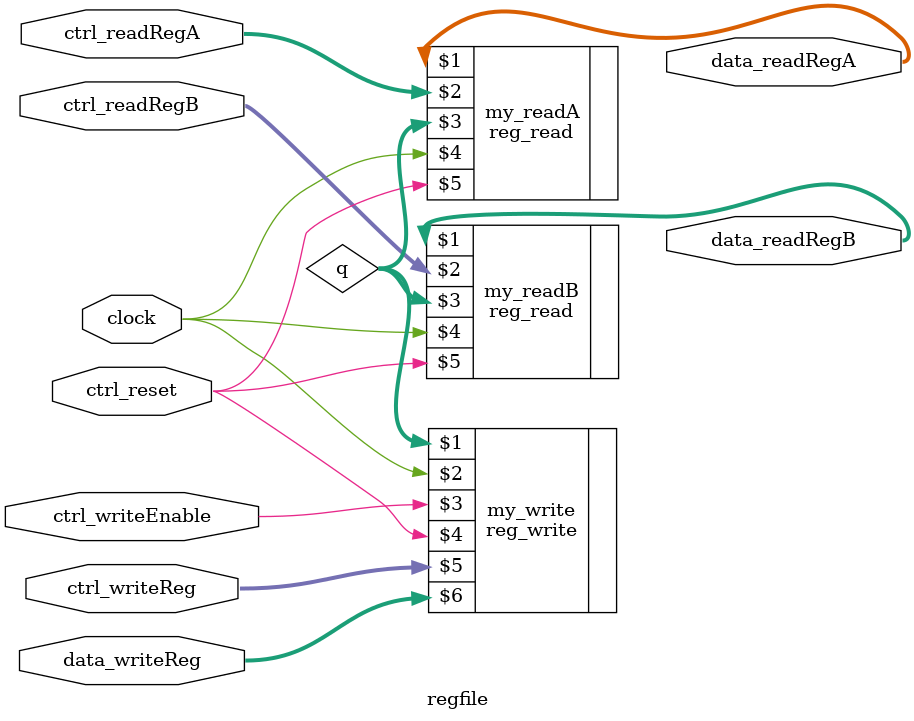
<source format=v>
module regfile (
    clock,
    ctrl_writeEnable,
    ctrl_reset, ctrl_writeReg,
    ctrl_readRegA, ctrl_readRegB, data_writeReg,
    data_readRegA, data_readRegB
);

   input clock, ctrl_writeEnable, ctrl_reset;
   input [4:0] ctrl_writeReg, ctrl_readRegA, ctrl_readRegB;
   input [31:0] data_writeReg;

   output [31:0] data_readRegA, data_readRegB;

   /* YOUR CODE HERE */
	// write
	wire [32*32-1:0] q;
	reg_write my_write(q,clock,ctrl_writeEnable,ctrl_reset,ctrl_writeReg,data_writeReg);
	
	// read
	reg_read my_readA(data_readRegA,ctrl_readRegA,q,clock,ctrl_reset);
	reg_read my_readB(data_readRegB,ctrl_readRegB,q,clock,ctrl_reset);
	

endmodule

</source>
